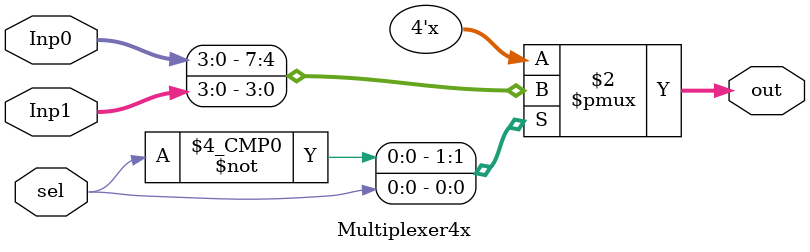
<source format=v>
module Multiplexer4x(output reg [3:0]out, input[3:0]Inp0,Inp1, input sel);

	always @(sel)
	begin
		case(sel)
			1'b0 : out = Inp0;
			1'b1 : out = Inp1;
			default: out = 4'bx;
		endcase
	end

endmodule 
</source>
